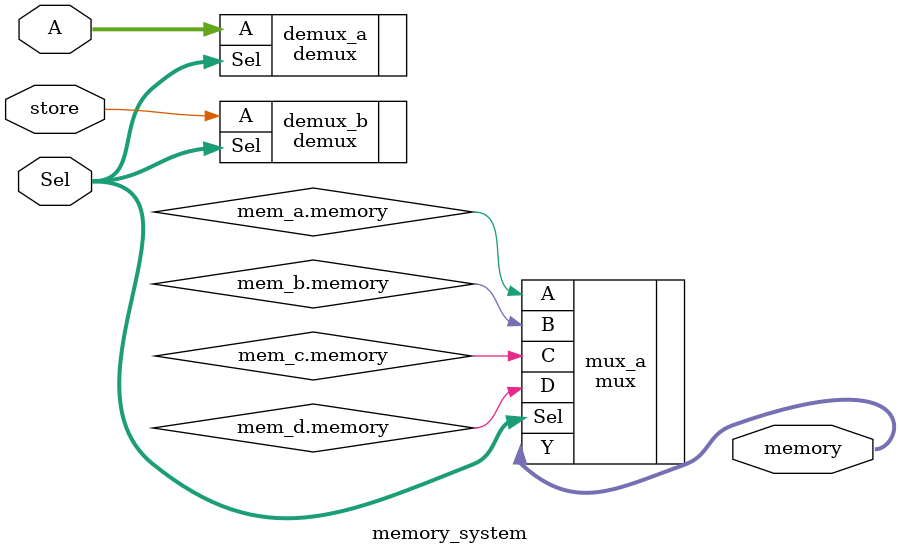
<source format=v>
module memory_system(
    input [7:0] A, 
    input [1:0] Sel,
    input store,
    output [7:0] memory   
);

    demux demux_a(
        .A(A),
        .Sel(Sel)
    );
    
    demux demux_b(
        .A(store),
        .Sel(Sel)
    );
    
    byte_memory mem_a(
        .A(demux_a.Y1),
        .store(demux_b.Y1)
    );
    
    byte_memory mem_b(
        .A(demux_a.Y2),
        .store(demux_b.Y2)
    );
    
    byte_memory mem_c(
        .A(demux_a.Y3),
        .store(demux_b.Y3)
    );
    
    byte_memory mem_d(
        .A(demux_a.Y4),
        .store(demux_b.Y4)
    );
    
    mux mux_a(
        .Sel(Sel),
        .A(mem_a.memory),
        .B(mem_b.memory),
        .C(mem_c.memory),
        .D(mem_d.memory),
        .Y(memory)
    );
        
endmodule

</source>
